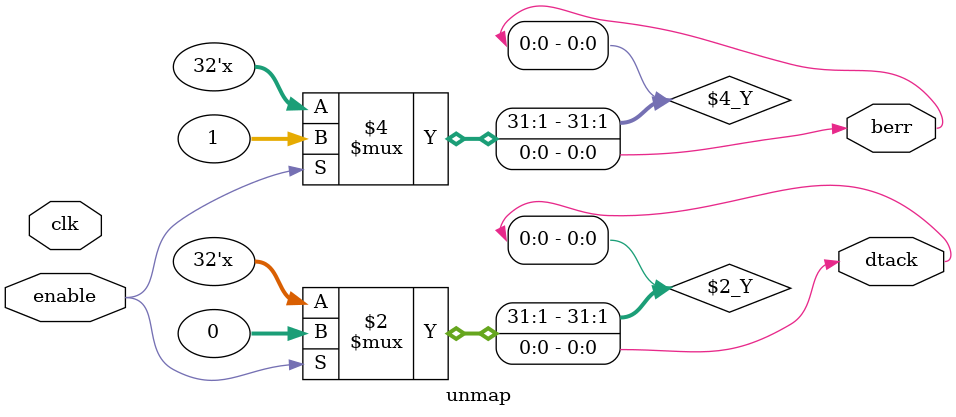
<source format=v>
module unmap(
    enable,
    clk,
    dtack,
    berr
);
   input enable;
   input clk;
   output dtack;
   output berr;

   assign dtack = enable ? 1'b0 : 'bz;
   assign berr = enable ? 1'b1 : 'bz;

endmodule

</source>
